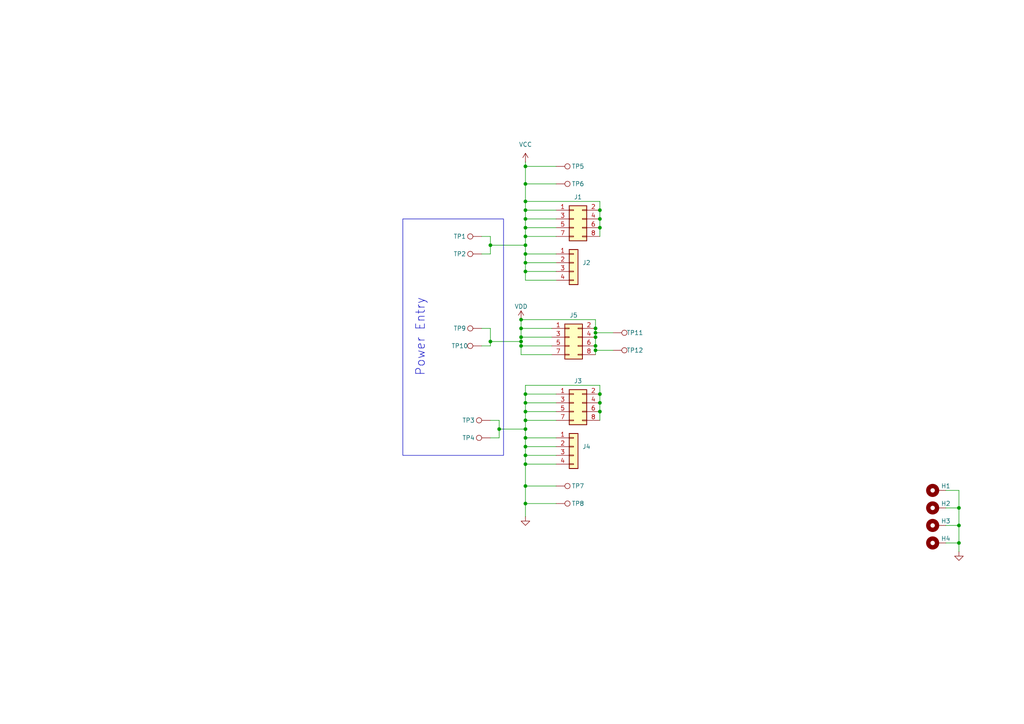
<source format=kicad_sch>
(kicad_sch (version 20250114) (generator "eeschema") (generator_version "9.0")
  (paper "A4")
  (lib_symbols
    (symbol "Connector:TestPoint" (pin_numbers (hide yes)) (pin_names (offset 0.762) (hide yes))
      (property "Reference" "TP" (at 0 6.858 0))
      (property "Value" "TestPoint" (at 0 5.08 0))
      (symbol "TestPoint_0_1"
        (circle (center 0 3.302) (radius 0.762))
      )
      (symbol "TestPoint_1_1"
        (pin passive line (at 0 0 90) (length 2.54) (name "1") (number "1"))
      )
    )
    (symbol "Connector_Generic:Conn_01x04" (pin_names (offset 1.016) (hide yes))
      (property "Reference" "J" (at 0 5.08 0))
      (property "Value" "Conn_01x04" (at 0 -7.62 0))
      (symbol "Conn_01x04_1_1"
        (rectangle (start -1.27 3.81) (end 1.27 -6.35) (stroke (width 0.254)) (fill (type background)))
        (rectangle (start -1.27 2.667) (end 0 2.413) (stroke (width 0.1524)))
        (rectangle (start -1.27 0.127) (end 0 -0.127) (stroke (width 0.1524)))
        (rectangle (start -1.27 -2.413) (end 0 -2.667) (stroke (width 0.1524)))
        (rectangle (start -1.27 -4.953) (end 0 -5.207) (stroke (width 0.1524)))
        (pin passive line (at -5.08 2.54 0) (length 3.81) (name "Pin_1") (number "1"))
        (pin passive line (at -5.08 0 0) (length 3.81) (name "Pin_2") (number "2"))
        (pin passive line (at -5.08 -2.54 0) (length 3.81) (name "Pin_3") (number "3"))
        (pin passive line (at -5.08 -5.08 0) (length 3.81) (name "Pin_4") (number "4"))
      )
    )
    (symbol "Connector_Generic:Conn_02x04_Odd_Even" (pin_names (offset 1.016) (hide yes))
      (property "Reference" "J" (at 1.27 5.08 0))
      (property "Value" "Conn_02x04_Odd_Even" (at 1.27 -7.62 0))
      (symbol "Conn_02x04_Odd_Even_1_1"
        (rectangle (start -1.27 3.81) (end 3.81 -6.35) (stroke (width 0.254)) (fill (type background)))
        (rectangle (start -1.27 2.667) (end 0 2.413) (stroke (width 0.1524)))
        (rectangle (start -1.27 0.127) (end 0 -0.127) (stroke (width 0.1524)))
        (rectangle (start -1.27 -2.413) (end 0 -2.667) (stroke (width 0.1524)))
        (rectangle (start -1.27 -4.953) (end 0 -5.207) (stroke (width 0.1524)))
        (rectangle (start 3.81 2.667) (end 2.54 2.413) (stroke (width 0.1524)))
        (rectangle (start 3.81 0.127) (end 2.54 -0.127) (stroke (width 0.1524)))
        (rectangle (start 3.81 -2.413) (end 2.54 -2.667) (stroke (width 0.1524)))
        (rectangle (start 3.81 -4.953) (end 2.54 -5.207) (stroke (width 0.1524)))
        (pin passive line (at -5.08 2.54 0) (length 3.81) (name "Pin_1") (number "1"))
        (pin passive line (at -5.08 0 0) (length 3.81) (name "Pin_3") (number "3"))
        (pin passive line (at -5.08 -2.54 0) (length 3.81) (name "Pin_5") (number "5"))
        (pin passive line (at -5.08 -5.08 0) (length 3.81) (name "Pin_7") (number "7"))
        (pin passive line (at 7.62 2.54 180) (length 3.81) (name "Pin_2") (number "2"))
        (pin passive line (at 7.62 0 180) (length 3.81) (name "Pin_4") (number "4"))
        (pin passive line (at 7.62 -2.54 180) (length 3.81) (name "Pin_6") (number "6"))
        (pin passive line (at 7.62 -5.08 180) (length 3.81) (name "Pin_8") (number "8"))
      )
    )
    (symbol "Mechanical:MountingHole_Pad" (pin_numbers (hide yes)) (pin_names (offset 1.016) (hide yes)) (exclude_from_sim yes) (in_bom no)
      (property "Reference" "H" (at 0 6.35 0))
      (property "Value" "MountingHole_Pad" (at 0 4.445 0))
      (symbol "MountingHole_Pad_0_1"
        (circle (center 0 1.27) (radius 1.27) (stroke (width 1.27)))
      )
      (symbol "MountingHole_Pad_1_1"
        (pin input line (at 0 -2.54 90) (length 2.54) (name "1") (number "1"))
      )
    )
    (symbol "power:GND" (power) (pin_numbers (hide yes)) (pin_names (offset 0) (hide yes))
      (property "Value" "GND" (at 0 -3.81 0))
      (symbol "GND_0_1"
        (polyline (pts (xy 0 0) (xy 0 -1.27) (xy 1.27 -1.27) (xy 0 -2.54) (xy -1.27 -1.27) (xy 0 -1.27)))
      )
      (symbol "GND_1_1"
        (pin power_in line (at 0 0 270) (length 0) (name "~") (number "1"))
      )
    )
    (symbol "power:VCC" (power) (pin_numbers (hide yes)) (pin_names (offset 0) (hide yes))
      (property "Value" "VCC" (at 0 3.556 0))
      (symbol "VCC_0_1"
        (polyline (pts (xy -0.762 1.27) (xy 0 2.54)))
        (polyline (pts (xy 0 2.54) (xy 0.762 1.27)))
        (polyline (pts (xy 0 0) (xy 0 2.54)))
      )
      (symbol "VCC_1_1"
        (pin power_in line (at 0 0 90) (length 0) (name "~") (number "1"))
      )
    )
    (symbol "power:VDD" (power) (pin_numbers (hide yes)) (pin_names (offset 0) (hide yes))
      (property "Value" "VDD" (at 0 3.556 0))
      (symbol "VDD_0_1"
        (polyline (pts (xy -0.762 1.27) (xy 0 2.54)))
        (polyline (pts (xy 0 2.54) (xy 0.762 1.27)))
        (polyline (pts (xy 0 0) (xy 0 2.54)))
      )
      (symbol "VDD_1_1"
        (pin power_in line (at 0 0 90) (length 0) (name "~") (number "1"))
      )
    )
  )
  (rectangle (start 116.84 63.5) (end 146.05 132.08))
  (text "Power Entry" (at 121.92 97.79 90) (effects (font (size 2.54 2.54))))
  (junction (at 152.4 121.92))
  (junction (at 172.72 101.6))
  (junction (at 173.99 114.3))
  (junction (at 152.4 129.54))
  (junction (at 152.4 78.74))
  (junction (at 152.4 140.97))
  (junction (at 152.4 71.12))
  (junction (at 142.24 99.06))
  (junction (at 173.99 116.84))
  (junction (at 152.4 134.62))
  (junction (at 152.4 73.66))
  (junction (at 152.4 127))
  (junction (at 152.4 124.46))
  (junction (at 151.13 97.79))
  (junction (at 151.13 100.33))
  (junction (at 152.4 48.26))
  (junction (at 172.72 95.25))
  (junction (at 173.99 60.96))
  (junction (at 144.78 124.46))
  (junction (at 151.13 92.71))
  (junction (at 152.4 63.5))
  (junction (at 152.4 58.42))
  (junction (at 152.4 66.04))
  (junction (at 151.13 95.25))
  (junction (at 152.4 68.58))
  (junction (at 152.4 116.84))
  (junction (at 278.13 157.48))
  (junction (at 142.24 71.12))
  (junction (at 278.13 147.32))
  (junction (at 172.72 97.79))
  (junction (at 172.72 96.52))
  (junction (at 172.72 100.33))
  (junction (at 152.4 60.96))
  (junction (at 152.4 119.38))
  (junction (at 278.13 152.4))
  (junction (at 173.99 119.38))
  (junction (at 152.4 146.05))
  (junction (at 151.13 99.06))
  (junction (at 152.4 76.2))
  (junction (at 152.4 53.34))
  (junction (at 173.99 66.04))
  (junction (at 152.4 132.08))
  (junction (at 173.99 63.5))
  (junction (at 152.4 114.3))
  (wire (pts (xy 151.13 95.25) (xy 160.02 95.25)))
  (wire (pts (xy 139.7 95.25) (xy 142.24 95.25)))
  (wire (pts (xy 152.4 119.38) (xy 161.29 119.38)))
  (wire (pts (xy 152.4 81.28) (xy 161.29 81.28)))
  (wire (pts (xy 172.72 96.52) (xy 172.72 97.79)))
  (wire (pts (xy 172.72 96.52) (xy 177.8 96.52)))
  (wire (pts (xy 152.4 66.04) (xy 152.4 68.58)))
  (wire (pts (xy 152.4 111.76) (xy 152.4 114.3)))
  (wire (pts (xy 278.13 147.32) (xy 278.13 152.4)))
  (wire (pts (xy 152.4 127) (xy 161.29 127)))
  (wire (pts (xy 152.4 66.04) (xy 161.29 66.04)))
  (wire (pts (xy 173.99 63.5) (xy 173.99 66.04)))
  (wire (pts (xy 151.13 95.25) (xy 151.13 97.79)))
  (wire (pts (xy 139.7 73.66) (xy 142.24 73.66)))
  (wire (pts (xy 142.24 99.06) (xy 142.24 100.33)))
  (wire (pts (xy 278.13 152.4) (xy 278.13 157.48)))
  (wire (pts (xy 152.4 78.74) (xy 161.29 78.74)))
  (wire (pts (xy 172.72 101.6) (xy 172.72 102.87)))
  (wire (pts (xy 152.4 119.38) (xy 152.4 121.92)))
  (wire (pts (xy 172.72 95.25) (xy 172.72 92.71)))
  (wire (pts (xy 152.4 71.12) (xy 152.4 73.66)))
  (wire (pts (xy 152.4 60.96) (xy 152.4 63.5)))
  (wire (pts (xy 152.4 78.74) (xy 152.4 81.28)))
  (wire (pts (xy 151.13 99.06) (xy 151.13 100.33)))
  (wire (pts (xy 172.72 101.6) (xy 177.8 101.6)))
  (wire (pts (xy 152.4 60.96) (xy 161.29 60.96)))
  (wire (pts (xy 274.32 142.24) (xy 278.13 142.24)))
  (wire (pts (xy 144.78 124.46) (xy 144.78 121.92)))
  (wire (pts (xy 152.4 58.42) (xy 173.99 58.42)))
  (wire (pts (xy 173.99 119.38) (xy 173.99 121.92)))
  (wire (pts (xy 152.4 111.76) (xy 173.99 111.76)))
  (wire (pts (xy 142.24 99.06) (xy 151.13 99.06)))
  (wire (pts (xy 151.13 100.33) (xy 160.02 100.33)))
  (wire (pts (xy 151.13 92.71) (xy 151.13 95.25)))
  (wire (pts (xy 142.24 121.92) (xy 144.78 121.92)))
  (wire (pts (xy 173.99 60.96) (xy 173.99 63.5)))
  (wire (pts (xy 152.4 53.34) (xy 152.4 58.42)))
  (wire (pts (xy 152.4 129.54) (xy 152.4 132.08)))
  (wire (pts (xy 152.4 116.84) (xy 161.29 116.84)))
  (wire (pts (xy 173.99 66.04) (xy 173.99 68.58)))
  (wire (pts (xy 152.4 76.2) (xy 152.4 78.74)))
  (wire (pts (xy 172.72 95.25) (xy 172.72 96.52)))
  (wire (pts (xy 152.4 114.3) (xy 161.29 114.3)))
  (wire (pts (xy 152.4 68.58) (xy 161.29 68.58)))
  (wire (pts (xy 152.4 58.42) (xy 152.4 60.96)))
  (wire (pts (xy 152.4 146.05) (xy 152.4 149.86)))
  (wire (pts (xy 144.78 124.46) (xy 152.4 124.46)))
  (wire (pts (xy 152.4 132.08) (xy 161.29 132.08)))
  (wire (pts (xy 152.4 114.3) (xy 152.4 116.84)))
  (wire (pts (xy 173.99 114.3) (xy 173.99 111.76)))
  (wire (pts (xy 152.4 124.46) (xy 152.4 127)))
  (wire (pts (xy 142.24 68.58) (xy 139.7 68.58)))
  (wire (pts (xy 152.4 129.54) (xy 161.29 129.54)))
  (wire (pts (xy 139.7 100.33) (xy 142.24 100.33)))
  (wire (pts (xy 142.24 71.12) (xy 142.24 68.58)))
  (wire (pts (xy 172.72 97.79) (xy 172.72 100.33)))
  (wire (pts (xy 142.24 73.66) (xy 142.24 71.12)))
  (wire (pts (xy 144.78 127) (xy 144.78 124.46)))
  (wire (pts (xy 173.99 116.84) (xy 173.99 119.38)))
  (wire (pts (xy 152.4 140.97) (xy 161.29 140.97)))
  (wire (pts (xy 151.13 102.87) (xy 160.02 102.87)))
  (wire (pts (xy 161.29 53.34) (xy 152.4 53.34)))
  (wire (pts (xy 152.4 127) (xy 152.4 129.54)))
  (wire (pts (xy 152.4 63.5) (xy 161.29 63.5)))
  (wire (pts (xy 151.13 92.71) (xy 172.72 92.71)))
  (wire (pts (xy 278.13 157.48) (xy 278.13 160.02)))
  (wire (pts (xy 151.13 97.79) (xy 151.13 99.06)))
  (wire (pts (xy 152.4 140.97) (xy 152.4 146.05)))
  (wire (pts (xy 152.4 76.2) (xy 161.29 76.2)))
  (wire (pts (xy 152.4 73.66) (xy 152.4 76.2)))
  (wire (pts (xy 152.4 68.58) (xy 152.4 71.12)))
  (wire (pts (xy 278.13 142.24) (xy 278.13 147.32)))
  (wire (pts (xy 274.32 152.4) (xy 278.13 152.4)))
  (wire (pts (xy 151.13 100.33) (xy 151.13 102.87)))
  (wire (pts (xy 274.32 147.32) (xy 278.13 147.32)))
  (wire (pts (xy 151.13 97.79) (xy 160.02 97.79)))
  (wire (pts (xy 152.4 73.66) (xy 161.29 73.66)))
  (wire (pts (xy 152.4 71.12) (xy 142.24 71.12)))
  (wire (pts (xy 152.4 63.5) (xy 152.4 66.04)))
  (wire (pts (xy 152.4 134.62) (xy 152.4 140.97)))
  (wire (pts (xy 173.99 114.3) (xy 173.99 116.84)))
  (wire (pts (xy 152.4 121.92) (xy 161.29 121.92)))
  (wire (pts (xy 152.4 116.84) (xy 152.4 119.38)))
  (wire (pts (xy 152.4 146.05) (xy 161.29 146.05)))
  (wire (pts (xy 142.24 127) (xy 144.78 127)))
  (wire (pts (xy 152.4 132.08) (xy 152.4 134.62)))
  (wire (pts (xy 274.32 157.48) (xy 278.13 157.48)))
  (wire (pts (xy 173.99 60.96) (xy 173.99 58.42)))
  (wire (pts (xy 152.4 48.26) (xy 152.4 53.34)))
  (wire (pts (xy 152.4 48.26) (xy 161.29 48.26)))
  (wire (pts (xy 172.72 100.33) (xy 172.72 101.6)))
  (wire (pts (xy 152.4 46.99) (xy 152.4 48.26)))
  (wire (pts (xy 152.4 124.46) (xy 152.4 121.92)))
  (wire (pts (xy 152.4 134.62) (xy 161.29 134.62)))
  (wire (pts (xy 142.24 95.25) (xy 142.24 99.06)))
  (symbol (lib_id "Mechanical:MountingHole_Pad") (at 271.78 157.48 90) (unit 1) (exclude_from_sim yes) (in_bom no)
    (property "Reference" "H4" (at 274.32 156.21 90))
    (property "Value" "MountingHole_Pad" (effects (hide yes)))
    (property "Footprint" "MountingHole:MountingHole_3.2mm_M3_Pad_Via" (effects (hide yes)))
    (property "Description" "Mounting Hole with connection" (effects (hide yes)))
  )
  (symbol (lib_id "Connector:TestPoint") (at 139.7 95.25 90) (unit 1)
    (property "Reference" "TP9" (at 133.35 95.25 90))
    (property "Value" "TestPoint" (effects (hide yes)))
    (property "Footprint" "TestPoint:TestPoint_Keystone_5010-5014_Multipurpose" (effects (hide yes)))
    (property "Description" "test point" (effects (hide yes)))
  )
  (symbol (lib_id "Connector_Generic:Conn_01x04") (at 166.37 76.2 0) (unit 1)
    (property "Reference" "J2" (at 168.91 76.1999 0) (effects (justify left)))
    (property "Value" "Conn_01x04" (effects (hide yes)))
    (property "Footprint" "Connector_PinSocket_2.54mm:PinSocket_1x04_P2.54mm_Vertical" (effects (hide yes)))
    (property "Description" "Generic connector, single row, 01x04, script generated (kicad-library-utils/schlib/autogen/connector/)" (effects (hide yes)))
  )
  (symbol (lib_id "power:GND") (at 152.4 149.86 0) (unit 1)
    (property "Reference" "#PWR02" (effects (hide yes)))
    (property "Value" "GND" (effects (hide yes)))
    (property "Description" "Power symbol creates a global label with name \"GND\" , ground" (effects (hide yes)))
  )
  (symbol (lib_id "Mechanical:MountingHole_Pad") (at 271.78 147.32 90) (unit 1) (exclude_from_sim yes) (in_bom no)
    (property "Reference" "H2" (at 274.32 146.05 90))
    (property "Value" "MountingHole_Pad" (effects (hide yes)))
    (property "Footprint" "MountingHole:MountingHole_3.2mm_M3_Pad_Via" (effects (hide yes)))
    (property "Description" "Mounting Hole with connection" (effects (hide yes)))
  )
  (symbol (lib_id "Connector_Generic:Conn_01x04") (at 166.37 129.54 0) (unit 1)
    (property "Reference" "J4" (at 168.91 129.5399 0) (effects (justify left)))
    (property "Value" "Conn_01x04" (effects (hide yes)))
    (property "Footprint" "Connector_PinSocket_2.54mm:PinSocket_1x04_P2.54mm_Vertical" (effects (hide yes)))
    (property "Description" "Generic connector, single row, 01x04, script generated (kicad-library-utils/schlib/autogen/connector/)" (effects (hide yes)))
  )
  (symbol (lib_id "Connector_Generic:Conn_02x04_Odd_Even") (at 165.1 97.79 0) (unit 1)
    (property "Reference" "J5" (at 166.37 91.44 0))
    (property "Value" "Conn_01x04" (effects (hide yes)))
    (property "Footprint" "Connector_PinHeader_2.54mm:PinHeader_2x04_P2.54mm_Vertical" (effects (hide yes)))
    (property "Description" "Generic connector, double row, 02x04, odd/even pin numbering scheme (row 1 odd numbers, row 2 even numbers), script generated (kicad-library-utils/schlib/autogen/connector/)" (effects (hide yes)))
  )
  (symbol (lib_id "Connector:TestPoint") (at 161.29 53.34 270) (mirror x) (unit 1)
    (property "Reference" "TP6" (at 167.64 53.34 90))
    (property "Value" "TestPoint" (effects (hide yes)))
    (property "Footprint" "TestPoint:TestPoint_Keystone_5010-5014_Multipurpose" (effects (hide yes)))
    (property "Description" "test point" (effects (hide yes)))
  )
  (symbol (lib_id "Connector_Generic:Conn_02x04_Odd_Even") (at 166.37 116.84 0) (unit 1)
    (property "Reference" "J3" (at 167.64 110.49 0))
    (property "Value" "Conn_01x04" (effects (hide yes)))
    (property "Footprint" "Connector_PinHeader_2.54mm:PinHeader_2x04_P2.54mm_Vertical" (effects (hide yes)))
    (property "Description" "Generic connector, double row, 02x04, odd/even pin numbering scheme (row 1 odd numbers, row 2 even numbers), script generated (kicad-library-utils/schlib/autogen/connector/)" (effects (hide yes)))
  )
  (symbol (lib_id "Connector:TestPoint") (at 161.29 146.05 270) (mirror x) (unit 1)
    (property "Reference" "TP8" (at 167.64 146.05 90))
    (property "Value" "TestPoint" (effects (hide yes)))
    (property "Footprint" "TestPoint:TestPoint_Keystone_5010-5014_Multipurpose" (effects (hide yes)))
    (property "Description" "test point" (effects (hide yes)))
  )
  (symbol (lib_id "Mechanical:MountingHole_Pad") (at 271.78 152.4 90) (unit 1) (exclude_from_sim yes) (in_bom no)
    (property "Reference" "H3" (at 274.32 151.13 90))
    (property "Value" "MountingHole_Pad" (effects (hide yes)))
    (property "Footprint" "MountingHole:MountingHole_3.2mm_M3_Pad_Via" (effects (hide yes)))
    (property "Description" "Mounting Hole with connection" (effects (hide yes)))
  )
  (symbol (lib_id "Connector_Generic:Conn_02x04_Odd_Even") (at 166.37 63.5 0) (unit 1)
    (property "Reference" "J1" (at 167.64 57.15 0))
    (property "Value" "Conn_01x04" (effects (hide yes)))
    (property "Footprint" "Connector_PinHeader_2.54mm:PinHeader_2x04_P2.54mm_Vertical" (effects (hide yes)))
    (property "Description" "Generic connector, double row, 02x04, odd/even pin numbering scheme (row 1 odd numbers, row 2 even numbers), script generated (kicad-library-utils/schlib/autogen/connector/)" (effects (hide yes)))
  )
  (symbol (lib_id "Connector:TestPoint") (at 177.8 96.52 270) (mirror x) (unit 1)
    (property "Reference" "TP11" (at 184.15 96.52 90))
    (property "Value" "TestPoint" (effects (hide yes)))
    (property "Footprint" "TestPoint:TestPoint_Keystone_5010-5014_Multipurpose" (effects (hide yes)))
    (property "Description" "test point" (effects (hide yes)))
  )
  (symbol (lib_id "Connector:TestPoint") (at 161.29 48.26 270) (mirror x) (unit 1)
    (property "Reference" "TP5" (at 167.64 48.26 90))
    (property "Value" "TestPoint" (effects (hide yes)))
    (property "Footprint" "TestPoint:TestPoint_Keystone_5010-5014_Multipurpose" (effects (hide yes)))
    (property "Description" "test point" (effects (hide yes)))
  )
  (symbol (lib_id "power:VDD") (at 151.13 92.71 0) (unit 1)
    (property "Reference" "#PWR04" (effects (hide yes)))
    (property "Value" "VDD" (at 151.13 88.9 0))
    (property "Description" "Power symbol creates a global label with name \"VDD\"" (effects (hide yes)))
  )
  (symbol (lib_id "Connector:TestPoint") (at 177.8 101.6 270) (mirror x) (unit 1)
    (property "Reference" "TP12" (at 184.15 101.6 90))
    (property "Value" "TestPoint" (effects (hide yes)))
    (property "Footprint" "TestPoint:TestPoint_Keystone_5010-5014_Multipurpose" (effects (hide yes)))
    (property "Description" "test point" (effects (hide yes)))
  )
  (symbol (lib_id "power:VCC") (at 152.4 46.99 0) (unit 1)
    (property "Reference" "#PWR03" (effects (hide yes)))
    (property "Value" "VCC" (at 152.4 41.91 0))
    (property "Description" "Power symbol creates a global label with name \"VCC\"" (effects (hide yes)))
  )
  (symbol (lib_id "Connector:TestPoint") (at 139.7 73.66 90) (unit 1)
    (property "Reference" "TP2" (at 133.35 73.66 90))
    (property "Value" "TestPoint" (effects (hide yes)))
    (property "Footprint" "TestPoint:TestPoint_Keystone_5010-5014_Multipurpose" (effects (hide yes)))
    (property "Description" "test point" (effects (hide yes)))
  )
  (symbol (lib_id "Connector:TestPoint") (at 139.7 68.58 90) (unit 1)
    (property "Reference" "TP1" (at 133.35 68.58 90))
    (property "Value" "TestPoint" (effects (hide yes)))
    (property "Footprint" "TestPoint:TestPoint_Keystone_5010-5014_Multipurpose" (effects (hide yes)))
    (property "Description" "test point" (effects (hide yes)))
  )
  (symbol (lib_id "Connector:TestPoint") (at 161.29 140.97 270) (mirror x) (unit 1)
    (property "Reference" "TP7" (at 167.64 140.97 90))
    (property "Value" "TestPoint" (effects (hide yes)))
    (property "Footprint" "TestPoint:TestPoint_Keystone_5010-5014_Multipurpose" (effects (hide yes)))
    (property "Description" "test point" (effects (hide yes)))
  )
  (symbol (lib_id "Connector:TestPoint") (at 139.7 100.33 90) (unit 1)
    (property "Reference" "TP10" (at 133.35 100.33 90))
    (property "Value" "TestPoint" (effects (hide yes)))
    (property "Footprint" "TestPoint:TestPoint_Keystone_5010-5014_Multipurpose" (effects (hide yes)))
    (property "Description" "test point" (effects (hide yes)))
  )
  (symbol (lib_id "Connector:TestPoint") (at 142.24 121.92 90) (unit 1)
    (property "Reference" "TP3" (at 135.89 121.92 90))
    (property "Value" "TestPoint" (effects (hide yes)))
    (property "Footprint" "TestPoint:TestPoint_Keystone_5010-5014_Multipurpose" (effects (hide yes)))
    (property "Description" "test point" (effects (hide yes)))
  )
  (symbol (lib_id "Mechanical:MountingHole_Pad") (at 271.78 142.24 90) (unit 1) (exclude_from_sim yes) (in_bom no)
    (property "Reference" "H1" (at 274.32 140.97 90))
    (property "Value" "MountingHole_Pad" (effects (hide yes)))
    (property "Footprint" "MountingHole:MountingHole_3.2mm_M3_Pad_Via" (effects (hide yes)))
    (property "Description" "Mounting Hole with connection" (effects (hide yes)))
  )
  (symbol (lib_id "power:GND") (at 278.13 160.02 0) (unit 1)
    (property "Reference" "#PWR01" (effects (hide yes)))
    (property "Value" "GND" (effects (hide yes)))
    (property "Description" "Power symbol creates a global label with name \"GND\" , ground" (effects (hide yes)))
  )
  (symbol (lib_id "Connector:TestPoint") (at 142.24 127 90) (unit 1)
    (property "Reference" "TP4" (at 135.89 127 90))
    (property "Value" "TestPoint" (effects (hide yes)))
    (property "Footprint" "TestPoint:TestPoint_Keystone_5010-5014_Multipurpose" (effects (hide yes)))
    (property "Description" "test point" (effects (hide yes)))
  )
)
</source>
